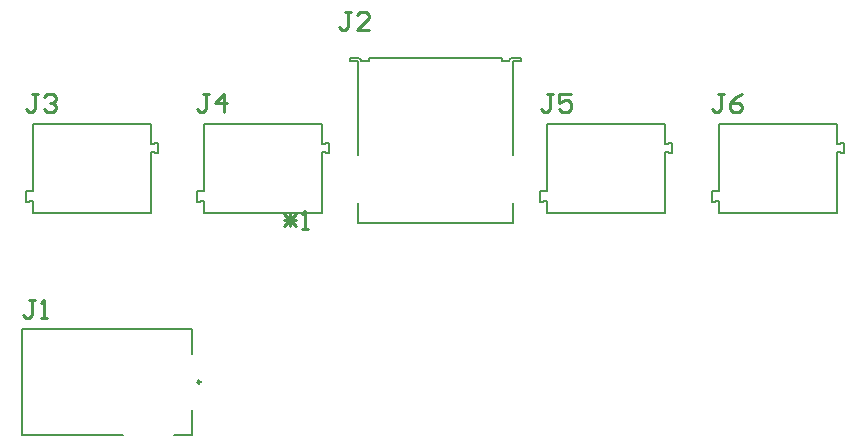
<source format=gto>
G04*
G04 #@! TF.GenerationSoftware,Altium Limited,Altium Designer,23.4.1 (23)*
G04*
G04 Layer_Color=65535*
%FSLAX44Y44*%
%MOMM*%
G71*
G04*
G04 #@! TF.SameCoordinates,AF02C922-6A1C-4A38-A695-A25B514CCAD0*
G04*
G04*
G04 #@! TF.FilePolarity,Positive*
G04*
G01*
G75*
%ADD10C,0.2500*%
%ADD11C,0.2000*%
%ADD12C,0.2540*%
D10*
X1598250Y378460D02*
G03*
X1598250Y378460I-1250J0D01*
G01*
D11*
X1862650Y652928D02*
G03*
X1859550Y649930I-100J-2998D01*
G01*
X1734550D02*
G03*
X1731450Y652928I-3000J0D01*
G01*
X1591000Y333460D02*
Y354460D01*
X1575500Y333460D02*
X1591000D01*
X1447000D02*
X1532500D01*
X1591000Y402460D02*
Y423460D01*
X1447000Y333460D02*
Y423460D01*
X1591000D01*
X1853550Y652930D02*
X1853550Y649930D01*
X1869550Y649930D02*
Y652930D01*
X1862550Y649930D02*
X1869550D01*
X1862650Y652928D02*
X1869550Y652930D01*
X1853550Y649930D02*
X1859550Y649930D01*
X1734550D02*
X1740550Y649930D01*
Y652930D01*
X1724550Y652930D02*
X1731450Y652928D01*
X1724550Y649930D02*
X1731550D01*
X1724550D02*
Y652930D01*
X1731550Y512930D02*
X1862550D01*
X1740550Y652930D02*
X1853550D01*
X1862550Y512930D02*
Y529930D01*
Y570330D02*
Y649930D01*
X1731550Y570330D02*
Y649930D01*
Y512930D02*
Y529930D01*
X1891811Y539820D02*
Y596820D01*
Y521820D02*
Y531320D01*
X1885811Y540320D02*
X1891811Y539820D01*
X1885811Y530820D02*
X1891811Y531320D01*
X1885811Y530820D02*
Y540320D01*
X1991811Y521820D02*
Y572820D01*
X1891811Y521820D02*
X1991811D01*
Y579820D02*
Y596820D01*
Y579820D02*
X1997811Y580570D01*
X1991811Y572820D02*
X1997811Y572070D01*
Y580570D01*
X1891811Y596820D02*
X1991811Y596820D01*
X1601416Y539820D02*
Y596820D01*
Y521820D02*
Y531320D01*
X1595416Y540320D02*
X1601416Y539820D01*
X1595416Y530820D02*
X1601416Y531320D01*
X1595416Y530820D02*
Y540320D01*
X1701416Y521820D02*
Y572820D01*
X1601416Y521820D02*
X1701416D01*
Y579820D02*
Y596820D01*
Y579820D02*
X1707416Y580570D01*
X1701416Y572820D02*
X1707416Y572070D01*
Y580570D01*
X1601416Y596820D02*
X1701416Y596820D01*
X2037008Y539820D02*
Y596820D01*
Y521820D02*
Y531320D01*
X2031008Y540320D02*
X2037008Y539820D01*
X2031008Y530820D02*
X2037008Y531320D01*
X2031008Y530820D02*
Y540320D01*
X2137009Y521820D02*
Y572820D01*
X2037008Y521820D02*
X2137009D01*
Y579820D02*
Y596820D01*
Y579820D02*
X2143009Y580570D01*
X2137009Y572820D02*
X2143009Y572070D01*
Y580570D01*
X2037008Y596820D02*
X2137009Y596820D01*
X1456218Y539820D02*
Y596820D01*
Y521820D02*
Y531320D01*
X1450218Y540320D02*
X1456218Y539820D01*
X1450218Y530820D02*
X1456218Y531320D01*
X1450218Y530820D02*
Y540320D01*
X1556219Y521820D02*
Y572820D01*
X1456218Y521820D02*
X1556219D01*
Y579820D02*
Y596820D01*
Y579820D02*
X1562219Y580570D01*
X1556219Y572820D02*
X1562219Y572070D01*
Y580570D01*
X1456218Y596820D02*
X1556219Y596820D01*
D12*
X1725673Y691637D02*
X1720594D01*
X1723134D01*
Y678941D01*
X1720594Y676402D01*
X1718055D01*
X1715516Y678941D01*
X1740908Y676402D02*
X1730751D01*
X1740908Y686559D01*
Y689098D01*
X1738369Y691637D01*
X1733290D01*
X1730751Y689098D01*
X2041395Y622041D02*
X2036316D01*
X2038855D01*
Y609345D01*
X2036316Y606806D01*
X2033777D01*
X2031238Y609345D01*
X2056630Y622041D02*
X2051551Y619502D01*
X2046473Y614423D01*
Y609345D01*
X2049012Y606806D01*
X2054091D01*
X2056630Y609345D01*
Y611884D01*
X2054091Y614423D01*
X2046473D01*
X1460751Y622041D02*
X1455672D01*
X1458212D01*
Y609345D01*
X1455672Y606806D01*
X1453133D01*
X1450594Y609345D01*
X1465829Y619502D02*
X1468368Y622041D01*
X1473447D01*
X1475986Y619502D01*
Y616963D01*
X1473447Y614423D01*
X1470907D01*
X1473447D01*
X1475986Y611884D01*
Y609345D01*
X1473447Y606806D01*
X1468368D01*
X1465829Y609345D01*
X1458465Y447543D02*
X1453386D01*
X1455925D01*
Y434847D01*
X1453386Y432308D01*
X1450847D01*
X1448308Y434847D01*
X1463543Y432308D02*
X1468621D01*
X1466082D01*
Y447543D01*
X1463543Y445004D01*
X1896361Y622041D02*
X1891282D01*
X1893822D01*
Y609345D01*
X1891282Y606806D01*
X1888743D01*
X1886204Y609345D01*
X1911596Y622041D02*
X1901439D01*
Y614423D01*
X1906517Y616963D01*
X1909057D01*
X1911596Y614423D01*
Y609345D01*
X1909057Y606806D01*
X1903978D01*
X1901439Y609345D01*
X1605785Y622041D02*
X1600706D01*
X1603246D01*
Y609345D01*
X1600706Y606806D01*
X1598167D01*
X1595628Y609345D01*
X1618481Y606806D02*
Y622041D01*
X1610863Y614423D01*
X1621020D01*
X1669034Y520442D02*
X1679191Y510285D01*
X1669034D02*
X1679191Y520442D01*
X1669034Y515364D02*
X1679191D01*
X1674112Y510285D02*
Y520442D01*
X1684269Y507746D02*
X1689347D01*
X1686808D01*
Y522981D01*
X1684269Y520442D01*
M02*

</source>
